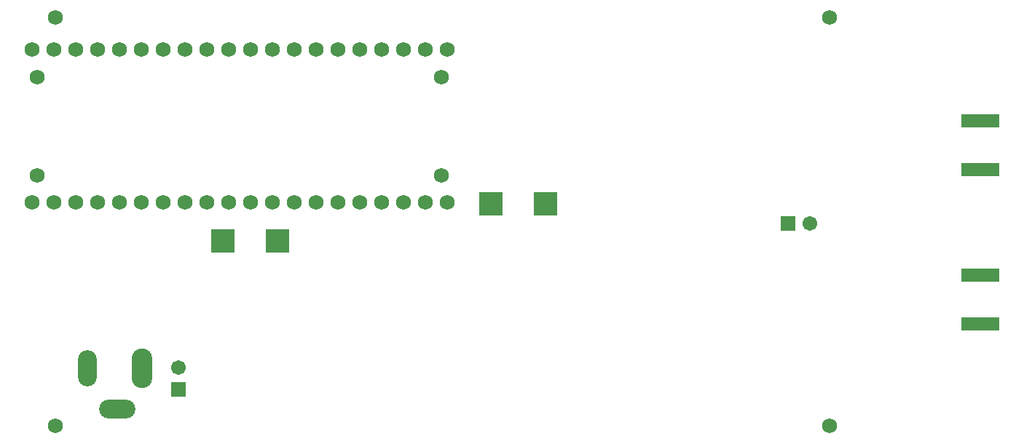
<source format=gbs>
%FSLAX25Y25*%
%MOIN*%
G70*
G01*
G75*
G04 Layer_Color=16711935*
%ADD10R,0.16535X0.05315*%
%ADD11R,0.14173X0.05000*%
G04:AMPARAMS|DCode=12|XSize=14.96mil|YSize=55.12mil|CornerRadius=3.74mil|HoleSize=0mil|Usage=FLASHONLY|Rotation=270.000|XOffset=0mil|YOffset=0mil|HoleType=Round|Shape=RoundedRectangle|*
%AMROUNDEDRECTD12*
21,1,0.01496,0.04764,0,0,270.0*
21,1,0.00748,0.05512,0,0,270.0*
1,1,0.00748,-0.02382,-0.00374*
1,1,0.00748,-0.02382,0.00374*
1,1,0.00748,0.02382,0.00374*
1,1,0.00748,0.02382,-0.00374*
%
%ADD12ROUNDEDRECTD12*%
%ADD13R,0.04331X0.06693*%
%ADD14R,0.39370X0.27559*%
%ADD15R,0.03543X0.02756*%
%ADD16R,0.11811X0.04567*%
%ADD17R,0.11811X0.07874*%
%ADD18R,0.20000X0.15000*%
%ADD19C,0.01000*%
%ADD20C,0.01969*%
%ADD21C,0.05906*%
%ADD22R,0.05906X0.05906*%
%ADD23R,0.09843X0.09843*%
%ADD24R,0.05906X0.05906*%
%ADD25C,0.06000*%
%ADD26O,0.07874X0.15748*%
%ADD27O,0.15748X0.07874*%
%ADD28O,0.08661X0.17323*%
%ADD29C,0.02000*%
%ADD30C,0.00787*%
%ADD31C,0.00900*%
%ADD32C,0.00591*%
%ADD33C,0.00200*%
%ADD34C,0.01500*%
%ADD35C,0.00700*%
%ADD36C,0.00500*%
%ADD37C,0.01181*%
%ADD38R,0.17335X0.06115*%
%ADD39R,0.14973X0.05800*%
G04:AMPARAMS|DCode=40|XSize=22.96mil|YSize=63.12mil|CornerRadius=7.74mil|HoleSize=0mil|Usage=FLASHONLY|Rotation=270.000|XOffset=0mil|YOffset=0mil|HoleType=Round|Shape=RoundedRectangle|*
%AMROUNDEDRECTD40*
21,1,0.02296,0.04764,0,0,270.0*
21,1,0.00748,0.06312,0,0,270.0*
1,1,0.01548,-0.02382,-0.00374*
1,1,0.01548,-0.02382,0.00374*
1,1,0.01548,0.02382,0.00374*
1,1,0.01548,0.02382,-0.00374*
%
%ADD40ROUNDEDRECTD40*%
%ADD41R,0.05131X0.07493*%
%ADD42R,0.40170X0.28359*%
%ADD43R,0.04343X0.03556*%
%ADD44R,0.12611X0.05367*%
%ADD45R,0.12611X0.08674*%
%ADD46R,0.20800X0.15800*%
%ADD47C,0.06706*%
%ADD48R,0.06706X0.06706*%
%ADD49R,0.10642X0.10642*%
%ADD50R,0.06706X0.06706*%
%ADD51C,0.06800*%
%ADD52O,0.08674X0.16548*%
%ADD53O,0.16548X0.08674*%
%ADD54O,0.09461X0.18123*%
D38*
X438189Y83957D02*
D03*
Y61713D02*
D03*
X438067Y154504D02*
D03*
Y132260D02*
D03*
D47*
X71000Y41500D02*
D03*
X360000Y107500D02*
D03*
D48*
X71000Y31500D02*
D03*
D49*
X239000Y116500D02*
D03*
X214000D02*
D03*
X91500Y99500D02*
D03*
X116500D02*
D03*
D50*
X350000Y107500D02*
D03*
D51*
X14839Y14839D02*
D03*
Y201847D02*
D03*
X6417Y129685D02*
D03*
Y174567D02*
D03*
X191457D02*
D03*
Y129685D02*
D03*
X3937Y117126D02*
D03*
X13937D02*
D03*
X133937D02*
D03*
X143937D02*
D03*
X153937D02*
D03*
X163937D02*
D03*
X173937D02*
D03*
X183937D02*
D03*
X193937D02*
D03*
Y187126D02*
D03*
X183937D02*
D03*
X173937D02*
D03*
X163937D02*
D03*
X153937D02*
D03*
X143937D02*
D03*
X133937D02*
D03*
X123937D02*
D03*
X113937D02*
D03*
X103937D02*
D03*
X93937D02*
D03*
X83937D02*
D03*
X73937D02*
D03*
X63937D02*
D03*
X53937D02*
D03*
X43937D02*
D03*
X33937D02*
D03*
X23937D02*
D03*
X13937D02*
D03*
X3937D02*
D03*
X23937Y117126D02*
D03*
X33937D02*
D03*
X43937D02*
D03*
X53937D02*
D03*
X63937D02*
D03*
X73937D02*
D03*
X83937D02*
D03*
X93937D02*
D03*
X103937D02*
D03*
X113937D02*
D03*
X123937D02*
D03*
X369169Y14839D02*
D03*
Y201847D02*
D03*
D52*
X29528Y41339D02*
D03*
D53*
X42913Y22441D02*
D03*
D54*
X54331Y41339D02*
D03*
M02*

</source>
